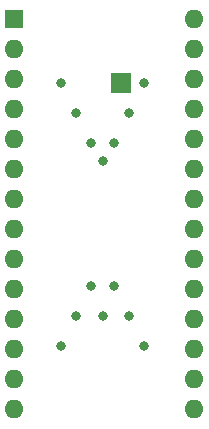
<source format=gbs>
G04 #@! TF.GenerationSoftware,KiCad,Pcbnew,(5.1.8)-1*
G04 #@! TF.CreationDate,2023-02-07T01:20:16+09:00*
G04 #@! TF.ProjectId,DIP28SSOP32_1mm,44495032-3853-4534-9f50-33325f316d6d,rev?*
G04 #@! TF.SameCoordinates,PXa9a2ce8PY790b418*
G04 #@! TF.FileFunction,Soldermask,Bot*
G04 #@! TF.FilePolarity,Negative*
%FSLAX46Y46*%
G04 Gerber Fmt 4.6, Leading zero omitted, Abs format (unit mm)*
G04 Created by KiCad (PCBNEW (5.1.8)-1) date 2023-02-07 01:20:16*
%MOMM*%
%LPD*%
G01*
G04 APERTURE LIST*
%ADD10R,1.700000X1.700000*%
%ADD11O,1.600000X1.600000*%
%ADD12R,1.600000X1.600000*%
%ADD13C,0.800000*%
G04 APERTURE END LIST*
D10*
X10083800Y29133800D03*
D11*
X16286800Y34548800D03*
X1046800Y1528800D03*
X16286800Y32008800D03*
X1046800Y4068800D03*
X16286800Y29468800D03*
X1046800Y6608800D03*
X16286800Y26928800D03*
X1046800Y9148800D03*
X16286800Y24388800D03*
X1046800Y11688800D03*
X16286800Y21848800D03*
X1046800Y14228800D03*
X16286800Y19308800D03*
X1046800Y16768800D03*
X16286800Y16768800D03*
X1046800Y19308800D03*
X16286800Y14228800D03*
X1046800Y21848800D03*
X16286800Y11688800D03*
X1046800Y24388800D03*
X16286800Y9148800D03*
X1046800Y26928800D03*
X16286800Y6608800D03*
X1046800Y29468800D03*
X16286800Y4068800D03*
X1046800Y32008800D03*
X16286800Y1528800D03*
D12*
X1046800Y34548800D03*
D13*
X8559800Y22529800D03*
X8559800Y9448800D03*
X6273800Y26593800D03*
X11988800Y29133800D03*
X5003800Y6908800D03*
X10718800Y26593800D03*
X6273800Y9448800D03*
X9448800Y24053800D03*
X7543800Y11988800D03*
X9448800Y11988800D03*
X7543800Y24053800D03*
X10718800Y9448800D03*
X11988800Y6908800D03*
X5003800Y29133800D03*
M02*

</source>
